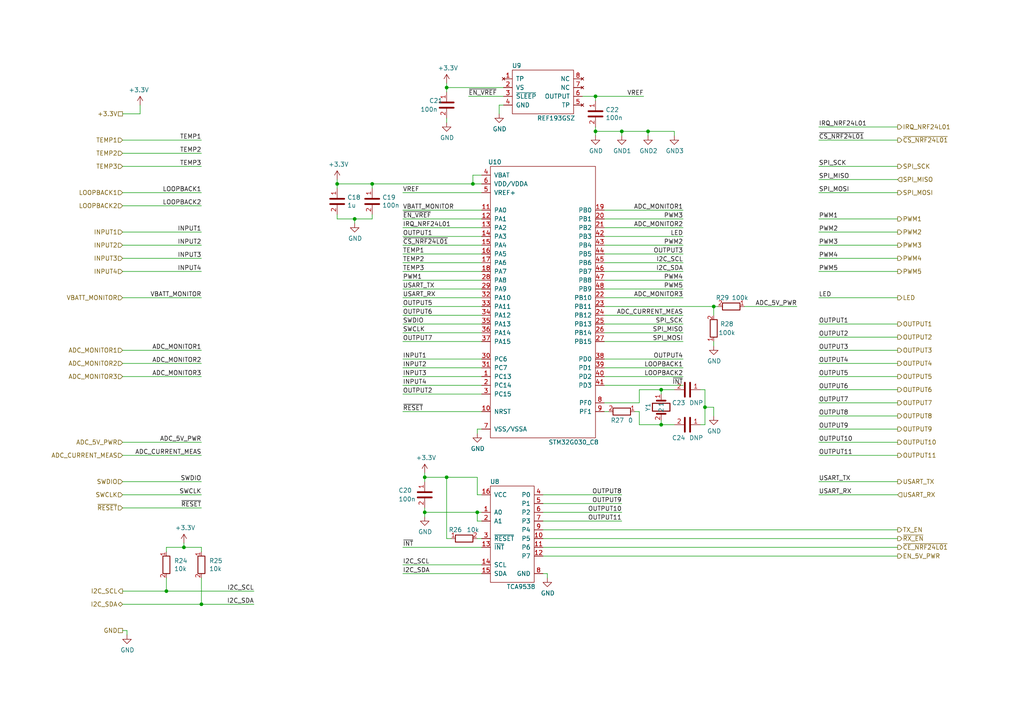
<source format=kicad_sch>
(kicad_sch (version 20211123) (generator eeschema)
  (paper "A4")
  (title_block (date "2022-05-04"))
  (lib_symbols
    (symbol "p_IO:TCA9538" (pin_names (offset 1.016))
      (property "Reference" "U" (at -5.08 12.7 0))
      (property "Value" "TCA9538" (at 2.54 -17.78 0))
      (symbol "TCA9538_0_1"
        (rectangle (start -6.35 11.43) (end 6.35 -16.51))
      )
      (symbol "TCA9538_1_1"
        (pin input line (at -8.89 3.81 0) (length 2.54) (name "A0") (number "1"))
        (pin bidirectional line (at 8.89 -3.81 180) (length 2.54) (name "P5") (number "10"))
        (pin bidirectional line (at 8.89 -6.35 180) (length 2.54) (name "P6") (number "11"))
        (pin bidirectional line (at 8.89 -8.89 180) (length 2.54) (name "P7") (number "12"))
        (pin output line (at -8.89 -6.35 0) (length 2.54) (name "~{INT}") (number "13"))
        (pin input line (at -8.89 -11.43 0) (length 2.54) (name "SCL") (number "14"))
        (pin bidirectional line (at -8.89 -13.97 0) (length 2.54) (name "SDA") (number "15"))
        (pin power_in line (at -8.89 8.89 0) (length 2.54) (name "VCC") (number "16"))
        (pin input line (at -8.89 1.27 0) (length 2.54) (name "A1") (number "2"))
        (pin input line (at -8.89 -3.81 0) (length 2.54) (name "~{RESET}") (number "3"))
        (pin bidirectional line (at 8.89 8.89 180) (length 2.54) (name "P0") (number "4"))
        (pin bidirectional line (at 8.89 6.35 180) (length 2.54) (name "P1") (number "5"))
        (pin bidirectional line (at 8.89 3.81 180) (length 2.54) (name "P2") (number "6"))
        (pin bidirectional line (at 8.89 1.27 180) (length 2.54) (name "P3") (number "7"))
        (pin passive line (at 8.89 -13.97 180) (length 2.54) (name "GND") (number "8"))
        (pin bidirectional line (at 8.89 -1.27 180) (length 2.54) (name "P4") (number "9"))
      )
    )
    (symbol "p_MCU:STM32G030_C8" (pin_names (offset 1.016))
      (property "Reference" "U" (at -13.97 40.64 0))
      (property "Value" "STM32G030_C8" (at 8.89 40.64 0))
      (symbol "STM32G030_C8_0_1"
        (rectangle (start -15.24 39.37) (end 15.24 -39.37))
      )
      (symbol "STM32G030_C8_1_1"
        (pin bidirectional line (at -17.78 -21.59 0) (length 2.54) (name "PC13") (number "1"))
        (pin bidirectional line (at -17.78 -31.75 0) (length 2.54) (name "NRST") (number "10"))
        (pin bidirectional line (at -17.78 26.67 0) (length 2.54) (name "PA0") (number "11"))
        (pin bidirectional line (at -17.78 24.13 0) (length 2.54) (name "PA1") (number "12"))
        (pin bidirectional line (at -17.78 21.59 0) (length 2.54) (name "PA2") (number "13"))
        (pin bidirectional line (at -17.78 19.05 0) (length 2.54) (name "PA3") (number "14"))
        (pin bidirectional line (at -17.78 16.51 0) (length 2.54) (name "PA4") (number "15"))
        (pin bidirectional line (at -17.78 13.97 0) (length 2.54) (name "PA5") (number "16"))
        (pin bidirectional line (at -17.78 11.43 0) (length 2.54) (name "PA6") (number "17"))
        (pin bidirectional line (at -17.78 8.89 0) (length 2.54) (name "PA7") (number "18"))
        (pin bidirectional line (at 17.78 26.67 180) (length 2.54) (name "PB0") (number "19"))
        (pin bidirectional line (at -17.78 -24.13 0) (length 2.54) (name "PC14") (number "2"))
        (pin bidirectional line (at 17.78 24.13 180) (length 2.54) (name "PB1") (number "20"))
        (pin bidirectional line (at 17.78 21.59 180) (length 2.54) (name "PB2") (number "21"))
        (pin bidirectional line (at 17.78 1.27 180) (length 2.54) (name "PB10") (number "22"))
        (pin bidirectional line (at 17.78 -1.27 180) (length 2.54) (name "PB11") (number "23"))
        (pin bidirectional line (at 17.78 -3.81 180) (length 2.54) (name "PB12") (number "24"))
        (pin bidirectional line (at 17.78 -6.35 180) (length 2.54) (name "PB13") (number "25"))
        (pin bidirectional line (at 17.78 -8.89 180) (length 2.54) (name "PB14") (number "26"))
        (pin bidirectional line (at 17.78 -11.43 180) (length 2.54) (name "PB15") (number "27"))
        (pin bidirectional line (at -17.78 6.35 0) (length 2.54) (name "PA8") (number "28"))
        (pin bidirectional line (at -17.78 3.81 0) (length 2.54) (name "PA9") (number "29"))
        (pin bidirectional line (at -17.78 -26.67 0) (length 2.54) (name "PC15") (number "3"))
        (pin bidirectional line (at -17.78 -16.51 0) (length 2.54) (name "PC6") (number "30"))
        (pin bidirectional line (at -17.78 -19.05 0) (length 2.54) (name "PC7") (number "31"))
        (pin bidirectional line (at -17.78 1.27 0) (length 2.54) (name "PA10") (number "32"))
        (pin bidirectional line (at -17.78 -1.27 0) (length 2.54) (name "PA11") (number "33"))
        (pin bidirectional line (at -17.78 -3.81 0) (length 2.54) (name "PA12") (number "34"))
        (pin bidirectional line (at -17.78 -6.35 0) (length 2.54) (name "PA13") (number "35"))
        (pin bidirectional line (at -17.78 -8.89 0) (length 2.54) (name "PA14") (number "36"))
        (pin bidirectional line (at -17.78 -11.43 0) (length 2.54) (name "PA15") (number "37"))
        (pin bidirectional line (at 17.78 -16.51 180) (length 2.54) (name "PD0") (number "38"))
        (pin bidirectional line (at 17.78 -19.05 180) (length 2.54) (name "PD1") (number "39"))
        (pin power_in line (at -17.78 36.83 0) (length 2.54) (name "VBAT") (number "4"))
        (pin bidirectional line (at 17.78 -21.59 180) (length 2.54) (name "PD2") (number "40"))
        (pin bidirectional line (at 17.78 -24.13 180) (length 2.54) (name "PD3") (number "41"))
        (pin bidirectional line (at 17.78 19.05 180) (length 2.54) (name "PB3") (number "42"))
        (pin bidirectional line (at 17.78 16.51 180) (length 2.54) (name "PB4") (number "43"))
        (pin bidirectional line (at 17.78 13.97 180) (length 2.54) (name "PB5") (number "44"))
        (pin bidirectional line (at 17.78 11.43 180) (length 2.54) (name "PB6") (number "45"))
        (pin bidirectional line (at 17.78 8.89 180) (length 2.54) (name "PB7") (number "46"))
        (pin bidirectional line (at 17.78 6.35 180) (length 2.54) (name "PB8") (number "47"))
        (pin bidirectional line (at 17.78 3.81 180) (length 2.54) (name "PB9") (number "48"))
        (pin power_in line (at -17.78 31.75 0) (length 2.54) (name "VREF+") (number "5"))
        (pin power_in line (at -17.78 34.29 0) (length 2.54) (name "VDD/VDDA") (number "6"))
        (pin passive line (at -17.78 -36.83 0) (length 2.54) (name "VSS/VSSA") (number "7"))
        (pin bidirectional line (at 17.78 -29.21 180) (length 2.54) (name "PF0") (number "8"))
        (pin bidirectional line (at 17.78 -31.75 180) (length 2.54) (name "PF1") (number "9"))
      )
    )
    (symbol "p_Misc:Crystal_HC49CMS" (pin_names (offset 1.016))
      (property "Reference" "Y" (at 0 3.81 0))
      (property "Value" "Crystal_HC49CMS" (at 0 -3.81 0))
      (symbol "Crystal_HC49CMS_1_1"
        (rectangle (start -1.143 2.54) (end 1.143 -2.54) (stroke (width 0.3048)))
        (polyline (pts (xy -2.54 0) (xy -1.905 0)))
        (polyline (pts (xy -1.905 -1.27) (xy -1.905 1.27)) (stroke (width 0.508)))
        (polyline (pts (xy 1.905 -1.27) (xy 1.905 1.27)) (stroke (width 0.508)))
        (polyline (pts (xy 2.54 0) (xy 1.905 0)))
        (pin passive line (at -3.81 0 0) (length 1.27) (name "1") (number "1"))
        (pin passive line (at 3.81 0 180) (length 1.27) (name "2") (number "2"))
      )
    )
    (symbol "p_Passive:C_0603" (pin_names (offset 0) hide)
      (property "Reference" "C" (at 0 0 0))
      (property "Value" "C_0603" (at 0 0 0))
      (symbol "C_0603_1_1"
        (polyline (pts (xy -2.032 -0.762) (xy 2.032 -0.762)) (stroke (width 0.508)))
        (polyline (pts (xy -2.032 0.762) (xy 2.032 0.762)) (stroke (width 0.508)))
        (pin passive line (at 0 3.81 270) (length 2.794) (name "~") (number "1"))
        (pin passive line (at 0 -3.81 90) (length 2.794) (name "~") (number "2"))
      )
    )
    (symbol "p_Passive:R_0603" (pin_names (offset 0) hide)
      (property "Reference" "R" (at 0 0 0))
      (property "Value" "R_0603" (at 0 0 0))
      (symbol "R_0603_1_1"
        (rectangle (start -1.016 -2.54) (end 1.016 2.54) (stroke (width 0.254)))
        (pin passive line (at 0 3.81 270) (length 1.27) (name "~") (number "1"))
        (pin passive line (at 0 -3.81 90) (length 1.27) (name "~") (number "2"))
      )
    )
    (symbol "p_Power_Supply:REF193GSZ" (pin_names (offset 1.016))
      (property "Reference" "U" (at -7.62 8.89 0))
      (property "Value" "REF193GSZ" (at -3.81 -6.35 0))
      (symbol "REF193GSZ_0_1"
        (rectangle (start -8.89 7.62) (end 8.89 -5.08))
      )
      (symbol "REF193GSZ_1_1"
        (pin no_connect line (at -11.43 5.08 0) (length 2.54) (name "TP") (number "1"))
        (pin power_in line (at -11.43 2.54 0) (length 2.54) (name "VS") (number "2"))
        (pin passive line (at -11.43 0 0) (length 2.54) (name "~{SLEEP}") (number "3"))
        (pin passive line (at -11.43 -2.54 0) (length 2.54) (name "GND") (number "4"))
        (pin no_connect line (at 11.43 -2.54 180) (length 2.54) (name "TP") (number "5"))
        (pin power_out line (at 11.43 0 180) (length 2.54) (name "OUTPUT") (number "6"))
        (pin no_connect line (at 11.43 2.54 180) (length 2.54) (name "NC") (number "7"))
        (pin no_connect line (at 11.43 5.08 180) (length 2.54) (name "NC") (number "8"))
      )
    )
    (symbol "power:+3.3V" (power) (pin_names (offset 0))
      (property "Value" "+3.3V" (at 0 3.556 0))
      (symbol "+3.3V_0_1"
        (polyline (pts (xy -0.762 1.27) (xy 0 2.54)))
        (polyline (pts (xy 0 0) (xy 0 2.54)))
        (polyline (pts (xy 0 2.54) (xy 0.762 1.27)))
      )
      (symbol "+3.3V_1_1"
        (pin power_in line (at 0 0 90) (length 0) hide (name "+3.3V") (number "1"))
      )
    )
    (symbol "power:GND" (power) (pin_names (offset 0))
      (property "Value" "GND" (at 0 -3.81 0))
      (symbol "GND_0_1"
        (polyline (pts (xy 0 0) (xy 0 -1.27) (xy 1.27 -1.27) (xy 0 -2.54) (xy -1.27 -1.27) (xy 0 -1.27)))
      )
      (symbol "GND_1_1"
        (pin power_in line (at 0 0 270) (length 0) hide (name "GND") (number "1"))
      )
    )
    (symbol "power:GND1" (power) (pin_names (offset 0))
      (property "Value" "GND1" (at 0 -3.81 0))
      (symbol "GND1_0_1"
        (polyline (pts (xy 0 0) (xy 0 -1.27) (xy 1.27 -1.27) (xy 0 -2.54) (xy -1.27 -1.27) (xy 0 -1.27)))
      )
      (symbol "GND1_1_1"
        (pin power_in line (at 0 0 270) (length 0) hide (name "GND1") (number "1"))
      )
    )
    (symbol "power:GND2" (power) (pin_names (offset 0))
      (property "Value" "GND2" (at 0 -3.81 0))
      (symbol "GND2_0_1"
        (polyline (pts (xy 0 0) (xy 0 -1.27) (xy 1.27 -1.27) (xy 0 -2.54) (xy -1.27 -1.27) (xy 0 -1.27)))
      )
      (symbol "GND2_1_1"
        (pin power_in line (at 0 0 270) (length 0) hide (name "GND2") (number "1"))
      )
    )
    (symbol "power:GND3" (power) (pin_names (offset 0))
      (property "Value" "GND3" (at 0 -3.81 0))
      (symbol "GND3_0_1"
        (polyline (pts (xy 0 0) (xy 0 -1.27) (xy 1.27 -1.27) (xy 0 -2.54) (xy -1.27 -1.27) (xy 0 -1.27)))
      )
      (symbol "GND3_1_1"
        (pin power_in line (at 0 0 270) (length 0) hide (name "GND3") (number "1"))
      )
    )
  )
  (junction (at 102.87 63.5))
  (junction (at 187.96 38.1))
  (junction (at 180.34 38.1))
  (junction (at 207.01 88.9))
  (junction (at 58.42 175.26))
  (junction (at 97.79 53.34))
  (junction (at 137.16 53.34))
  (junction (at 191.77 113.03))
  (junction (at 172.72 38.1))
  (junction (at 138.43 148.59))
  (junction (at 123.19 138.43))
  (junction (at 204.47 118.11))
  (junction (at 172.72 27.94))
  (junction (at 191.77 123.19))
  (junction (at 53.34 158.75))
  (junction (at 129.54 25.4))
  (junction (at 48.26 171.45))
  (junction (at 129.54 138.43))
  (junction (at 107.95 53.34))
  (junction (at 123.19 148.59))
  (wire (pts (xy 129.54 34.29) (xy 129.54 35.56)))
  (wire (pts (xy 58.42 101.6) (xy 35.56 101.6)))
  (wire (pts (xy 139.7 148.59) (xy 138.43 148.59)))
  (wire (pts (xy 102.87 63.5) (xy 107.95 63.5)))
  (wire (pts (xy 123.19 147.32) (xy 123.19 148.59)))
  (wire (pts (xy 237.49 105.41) (xy 260.35 105.41)))
  (wire (pts (xy 198.12 83.82) (xy 175.26 83.82)))
  (wire (pts (xy 260.35 55.88) (xy 237.49 55.88)))
  (wire (pts (xy 35.56 171.45) (xy 48.26 171.45)))
  (wire (pts (xy 191.77 123.19) (xy 195.58 123.19)))
  (wire (pts (xy 138.43 156.21) (xy 139.7 156.21)))
  (wire (pts (xy 260.35 139.7) (xy 237.49 139.7)))
  (wire (pts (xy 175.26 91.44) (xy 198.12 91.44)))
  (wire (pts (xy 204.47 123.19) (xy 203.2 123.19)))
  (wire (pts (xy 237.49 101.6) (xy 260.35 101.6)))
  (wire (pts (xy 172.72 36.83) (xy 172.72 38.1)))
  (wire (pts (xy 58.42 86.36) (xy 35.56 86.36)))
  (wire (pts (xy 180.34 39.37) (xy 180.34 38.1)))
  (wire (pts (xy 139.7 124.46) (xy 138.43 124.46)))
  (wire (pts (xy 204.47 113.03) (xy 204.47 118.11)))
  (wire (pts (xy 58.42 71.12) (xy 35.56 71.12)))
  (wire (pts (xy 53.34 157.48) (xy 53.34 158.75)))
  (wire (pts (xy 139.7 93.98) (xy 116.84 93.98)))
  (wire (pts (xy 191.77 114.3) (xy 191.77 113.03)))
  (wire (pts (xy 36.83 182.88) (xy 36.83 184.15)))
  (wire (pts (xy 97.79 62.23) (xy 97.79 63.5)))
  (wire (pts (xy 97.79 52.07) (xy 97.79 53.34)))
  (wire (pts (xy 157.48 153.67) (xy 260.35 153.67)))
  (wire (pts (xy 35.56 59.69) (xy 58.42 59.69)))
  (wire (pts (xy 107.95 54.61) (xy 107.95 53.34)))
  (wire (pts (xy 198.12 81.28) (xy 175.26 81.28)))
  (wire (pts (xy 207.01 99.06) (xy 207.01 100.33)))
  (wire (pts (xy 175.26 68.58) (xy 198.12 68.58)))
  (wire (pts (xy 260.35 143.51) (xy 237.49 143.51)))
  (wire (pts (xy 58.42 67.31) (xy 35.56 67.31)))
  (wire (pts (xy 58.42 167.64) (xy 58.42 175.26)))
  (wire (pts (xy 129.54 138.43) (xy 138.43 138.43)))
  (wire (pts (xy 123.19 137.16) (xy 123.19 138.43)))
  (wire (pts (xy 144.78 30.48) (xy 146.05 30.48)))
  (wire (pts (xy 139.7 99.06) (xy 116.84 99.06)))
  (wire (pts (xy 137.16 50.8) (xy 137.16 53.34)))
  (wire (pts (xy 198.12 71.12) (xy 175.26 71.12)))
  (wire (pts (xy 58.42 40.64) (xy 35.56 40.64)))
  (wire (pts (xy 139.7 91.44) (xy 116.84 91.44)))
  (wire (pts (xy 237.49 116.84) (xy 260.35 116.84)))
  (wire (pts (xy 116.84 68.58) (xy 139.7 68.58)))
  (wire (pts (xy 58.42 132.08) (xy 35.56 132.08)))
  (wire (pts (xy 123.19 138.43) (xy 123.19 139.7)))
  (wire (pts (xy 260.35 52.07) (xy 237.49 52.07)))
  (wire (pts (xy 176.53 119.38) (xy 175.26 119.38)))
  (wire (pts (xy 191.77 113.03) (xy 195.58 113.03)))
  (wire (pts (xy 116.84 166.37) (xy 139.7 166.37)))
  (wire (pts (xy 35.56 182.88) (xy 36.83 182.88)))
  (wire (pts (xy 129.54 25.4) (xy 146.05 25.4)))
  (wire (pts (xy 195.58 38.1) (xy 187.96 38.1)))
  (wire (pts (xy 207.01 118.11) (xy 204.47 118.11)))
  (wire (pts (xy 175.26 86.36) (xy 198.12 86.36)))
  (wire (pts (xy 207.01 88.9) (xy 208.28 88.9)))
  (wire (pts (xy 139.7 55.88) (xy 116.84 55.88)))
  (wire (pts (xy 139.7 106.68) (xy 116.84 106.68)))
  (wire (pts (xy 97.79 53.34) (xy 107.95 53.34)))
  (wire (pts (xy 260.35 40.64) (xy 237.49 40.64)))
  (wire (pts (xy 137.16 53.34) (xy 139.7 53.34)))
  (wire (pts (xy 185.42 119.38) (xy 185.42 123.19)))
  (wire (pts (xy 191.77 123.19) (xy 185.42 123.19)))
  (wire (pts (xy 203.2 113.03) (xy 204.47 113.03)))
  (wire (pts (xy 175.26 88.9) (xy 207.01 88.9)))
  (wire (pts (xy 139.7 88.9) (xy 116.84 88.9)))
  (wire (pts (xy 198.12 63.5) (xy 175.26 63.5)))
  (wire (pts (xy 180.34 148.59) (xy 157.48 148.59)))
  (wire (pts (xy 185.42 113.03) (xy 185.42 116.84)))
  (wire (pts (xy 139.7 86.36) (xy 116.84 86.36)))
  (wire (pts (xy 58.42 143.51) (xy 35.56 143.51)))
  (wire (pts (xy 175.26 111.76) (xy 198.12 111.76)))
  (wire (pts (xy 172.72 27.94) (xy 186.69 27.94)))
  (wire (pts (xy 116.84 73.66) (xy 139.7 73.66)))
  (wire (pts (xy 138.43 148.59) (xy 138.43 151.13)))
  (wire (pts (xy 260.35 86.36) (xy 237.49 86.36)))
  (wire (pts (xy 58.42 175.26) (xy 73.66 175.26)))
  (wire (pts (xy 116.84 114.3) (xy 139.7 114.3)))
  (wire (pts (xy 129.54 25.4) (xy 129.54 24.13)))
  (wire (pts (xy 129.54 26.67) (xy 129.54 25.4)))
  (wire (pts (xy 139.7 50.8) (xy 137.16 50.8)))
  (wire (pts (xy 237.49 128.27) (xy 260.35 128.27)))
  (wire (pts (xy 48.26 158.75) (xy 53.34 158.75)))
  (wire (pts (xy 237.49 109.22) (xy 260.35 109.22)))
  (wire (pts (xy 260.35 74.93) (xy 237.49 74.93)))
  (wire (pts (xy 53.34 158.75) (xy 58.42 158.75)))
  (wire (pts (xy 139.7 109.22) (xy 116.84 109.22)))
  (wire (pts (xy 237.49 120.65) (xy 260.35 120.65)))
  (wire (pts (xy 139.7 60.96) (xy 116.84 60.96)))
  (wire (pts (xy 237.49 124.46) (xy 260.35 124.46)))
  (wire (pts (xy 157.48 143.51) (xy 180.34 143.51)))
  (wire (pts (xy 40.64 33.02) (xy 35.56 33.02)))
  (wire (pts (xy 175.26 73.66) (xy 198.12 73.66)))
  (wire (pts (xy 58.42 48.26) (xy 35.56 48.26)))
  (wire (pts (xy 58.42 44.45) (xy 35.56 44.45)))
  (wire (pts (xy 198.12 99.06) (xy 175.26 99.06)))
  (wire (pts (xy 260.35 67.31) (xy 237.49 67.31)))
  (wire (pts (xy 237.49 93.98) (xy 260.35 93.98)))
  (wire (pts (xy 184.15 119.38) (xy 185.42 119.38)))
  (wire (pts (xy 207.01 91.44) (xy 207.01 88.9)))
  (wire (pts (xy 48.26 167.64) (xy 48.26 171.45)))
  (wire (pts (xy 139.7 66.04) (xy 116.84 66.04)))
  (wire (pts (xy 204.47 118.11) (xy 204.47 123.19)))
  (wire (pts (xy 139.7 63.5) (xy 116.84 63.5)))
  (wire (pts (xy 175.26 109.22) (xy 198.12 109.22)))
  (wire (pts (xy 172.72 27.94) (xy 172.72 29.21)))
  (wire (pts (xy 116.84 158.75) (xy 139.7 158.75)))
  (wire (pts (xy 58.42 105.41) (xy 35.56 105.41)))
  (wire (pts (xy 139.7 104.14) (xy 116.84 104.14)))
  (wire (pts (xy 195.58 39.37) (xy 195.58 38.1)))
  (wire (pts (xy 175.26 60.96) (xy 198.12 60.96)))
  (wire (pts (xy 158.75 166.37) (xy 158.75 167.64)))
  (wire (pts (xy 116.84 78.74) (xy 139.7 78.74)))
  (wire (pts (xy 260.35 97.79) (xy 237.49 97.79)))
  (wire (pts (xy 35.56 175.26) (xy 58.42 175.26)))
  (wire (pts (xy 157.48 146.05) (xy 180.34 146.05)))
  (wire (pts (xy 129.54 156.21) (xy 129.54 138.43)))
  (wire (pts (xy 175.26 104.14) (xy 198.12 104.14)))
  (wire (pts (xy 107.95 53.34) (xy 137.16 53.34)))
  (wire (pts (xy 168.91 27.94) (xy 172.72 27.94)))
  (wire (pts (xy 123.19 148.59) (xy 123.19 149.86)))
  (wire (pts (xy 40.64 30.48) (xy 40.64 33.02)))
  (wire (pts (xy 260.35 71.12) (xy 237.49 71.12)))
  (wire (pts (xy 144.78 33.02) (xy 144.78 30.48)))
  (wire (pts (xy 191.77 113.03) (xy 185.42 113.03)))
  (wire (pts (xy 138.43 138.43) (xy 138.43 143.51)))
  (wire (pts (xy 157.48 158.75) (xy 260.35 158.75)))
  (wire (pts (xy 107.95 63.5) (xy 107.95 62.23)))
  (wire (pts (xy 58.42 128.27) (xy 35.56 128.27)))
  (wire (pts (xy 139.7 111.76) (xy 116.84 111.76)))
  (wire (pts (xy 175.26 66.04) (xy 198.12 66.04)))
  (wire (pts (xy 175.26 76.2) (xy 198.12 76.2)))
  (wire (pts (xy 157.48 156.21) (xy 260.35 156.21)))
  (wire (pts (xy 175.26 78.74) (xy 198.12 78.74)))
  (wire (pts (xy 187.96 38.1) (xy 180.34 38.1)))
  (wire (pts (xy 58.42 139.7) (xy 35.56 139.7)))
  (wire (pts (xy 123.19 138.43) (xy 129.54 138.43)))
  (wire (pts (xy 138.43 151.13) (xy 139.7 151.13)))
  (wire (pts (xy 138.43 124.46) (xy 138.43 125.73)))
  (wire (pts (xy 237.49 132.08) (xy 260.35 132.08)))
  (wire (pts (xy 260.35 36.83) (xy 237.49 36.83)))
  (wire (pts (xy 35.56 55.88) (xy 58.42 55.88)))
  (wire (pts (xy 97.79 63.5) (xy 102.87 63.5)))
  (wire (pts (xy 58.42 109.22) (xy 35.56 109.22)))
  (wire (pts (xy 157.48 161.29) (xy 260.35 161.29)))
  (wire (pts (xy 123.19 148.59) (xy 138.43 148.59)))
  (wire (pts (xy 116.84 163.83) (xy 139.7 163.83)))
  (wire (pts (xy 175.26 116.84) (xy 185.42 116.84)))
  (wire (pts (xy 58.42 74.93) (xy 35.56 74.93)))
  (wire (pts (xy 157.48 166.37) (xy 158.75 166.37)))
  (wire (pts (xy 237.49 113.03) (xy 260.35 113.03)))
  (wire (pts (xy 207.01 120.65) (xy 207.01 118.11)))
  (wire (pts (xy 48.26 171.45) (xy 73.66 171.45)))
  (wire (pts (xy 191.77 121.92) (xy 191.77 123.19)))
  (wire (pts (xy 139.7 96.52) (xy 116.84 96.52)))
  (wire (pts (xy 130.81 156.21) (xy 129.54 156.21)))
  (wire (pts (xy 260.35 78.74) (xy 237.49 78.74)))
  (wire (pts (xy 97.79 54.61) (xy 97.79 53.34)))
  (wire (pts (xy 175.26 106.68) (xy 198.12 106.68)))
  (wire (pts (xy 187.96 39.37) (xy 187.96 38.1)))
  (wire (pts (xy 180.34 38.1) (xy 172.72 38.1)))
  (wire (pts (xy 157.48 151.13) (xy 180.34 151.13)))
  (wire (pts (xy 139.7 81.28) (xy 116.84 81.28)))
  (wire (pts (xy 146.05 27.94) (xy 135.89 27.94)))
  (wire (pts (xy 215.9 88.9) (xy 231.14 88.9)))
  (wire (pts (xy 102.87 64.77) (xy 102.87 63.5)))
  (wire (pts (xy 198.12 93.98) (xy 175.26 93.98)))
  (wire (pts (xy 139.7 71.12) (xy 116.84 71.12)))
  (wire (pts (xy 58.42 147.32) (xy 35.56 147.32)))
  (wire (pts (xy 58.42 78.74) (xy 35.56 78.74)))
  (wire (pts (xy 260.35 63.5) (xy 237.49 63.5)))
  (wire (pts (xy 116.84 76.2) (xy 139.7 76.2)))
  (wire (pts (xy 58.42 158.75) (xy 58.42 160.02)))
  (wire (pts (xy 48.26 160.02) (xy 48.26 158.75)))
  (wire (pts (xy 172.72 38.1) (xy 172.72 39.37)))
  (wire (pts (xy 198.12 96.52) (xy 175.26 96.52)))
  (wire (pts (xy 138.43 143.51) (xy 139.7 143.51)))
  (wire (pts (xy 260.35 48.26) (xy 237.49 48.26)))
  (wire (pts (xy 139.7 83.82) (xy 116.84 83.82)))
  (wire (pts (xy 139.7 119.38) (xy 116.84 119.38)))
  (label "OUTPUT9" (at 237.49 124.46 0))
  (label "USART_RX" (at 116.84 86.36 0))
  (label "~{RESET}" (at 58.42 147.32 180))
  (label "USART_RX" (at 237.49 143.51 0))
  (label "ADC_MONITOR3" (at 58.42 109.22 180))
  (label "OUTPUT4" (at 198.12 104.14 180))
  (label "VBATT_MONITOR" (at 58.42 86.36 180))
  (label "TEMP2" (at 58.42 44.45 180))
  (label "I2C_SCL" (at 73.66 171.45 180))
  (label "PWM2" (at 198.12 71.12 180))
  (label "USART_TX" (at 237.49 139.7 0))
  (label "~{CS_NRF24L01}" (at 237.49 40.64 0))
  (label "~{CS_NRF24L01}" (at 116.84 71.12 0))
  (label "SPI_MISO" (at 237.49 52.07 0))
  (label "USART_TX" (at 116.84 83.82 0))
  (label "OUTPUT7" (at 116.84 99.06 0))
  (label "OUTPUT1" (at 116.84 68.58 0))
  (label "TEMP3" (at 116.84 78.74 0))
  (label "SWDIO" (at 58.42 139.7 180))
  (label "VREF" (at 186.69 27.94 180))
  (label "ADC_MONITOR1" (at 58.42 101.6 180))
  (label "INPUT1" (at 58.42 67.31 180))
  (label "LED" (at 198.12 68.58 180))
  (label "ADC_MONITOR3" (at 198.12 86.36 180))
  (label "PWM3" (at 237.49 71.12 0))
  (label "PWM5" (at 198.12 83.82 180))
  (label "OUTPUT9" (at 180.34 146.05 180))
  (label "INPUT2" (at 116.84 106.68 0))
  (label "ADC_5V_PWR" (at 231.14 88.9 180))
  (label "I2C_SCL" (at 198.12 76.2 180))
  (label "SPI_SCK" (at 237.49 48.26 0))
  (label "PWM4" (at 237.49 74.93 0))
  (label "VREF" (at 116.84 55.88 0))
  (label "I2C_SDA" (at 116.84 166.37 0))
  (label "PWM2" (at 237.49 67.31 0))
  (label "INPUT2" (at 58.42 71.12 180))
  (label "I2C_SCL" (at 116.84 163.83 0))
  (label "~{EN_VREF}" (at 135.89 27.94 0))
  (label "~{INT}" (at 116.84 158.75 0))
  (label "VBATT_MONITOR" (at 116.84 60.96 0))
  (label "OUTPUT6" (at 116.84 91.44 0))
  (label "SWDIO" (at 116.84 93.98 0))
  (label "INPUT3" (at 58.42 74.93 180))
  (label "I2C_SDA" (at 73.66 175.26 180))
  (label "ADC_MONITOR2" (at 58.42 105.41 180))
  (label "OUTPUT8" (at 180.34 143.51 180))
  (label "OUTPUT11" (at 180.34 151.13 180))
  (label "LED" (at 237.49 86.36 0))
  (label "INPUT4" (at 58.42 78.74 180))
  (label "OUTPUT6" (at 237.49 113.03 0))
  (label "PWM4" (at 198.12 81.28 180))
  (label "INPUT4" (at 116.84 111.76 0))
  (label "TEMP1" (at 58.42 40.64 180))
  (label "ADC_MONITOR1" (at 198.12 60.96 180))
  (label "PWM5" (at 237.49 78.74 0))
  (label "TEMP2" (at 116.84 76.2 0))
  (label "OUTPUT4" (at 237.49 105.41 0))
  (label "SPI_MOSI" (at 237.49 55.88 0))
  (label "OUTPUT7" (at 237.49 116.84 0))
  (label "OUTPUT5" (at 237.49 109.22 0))
  (label "LOOPBACK1" (at 58.42 55.88 180))
  (label "OUTPUT1" (at 237.49 93.98 0))
  (label "OUTPUT10" (at 180.34 148.59 180))
  (label "PWM3" (at 198.12 63.5 180))
  (label "~{RESET}" (at 116.84 119.38 0))
  (label "OUTPUT11" (at 237.49 132.08 0))
  (label "INPUT1" (at 116.84 104.14 0))
  (label "PWM1" (at 237.49 63.5 0))
  (label "LOOPBACK2" (at 58.42 59.69 180))
  (label "OUTPUT2" (at 237.49 97.79 0))
  (label "PWM1" (at 116.84 81.28 0))
  (label "OUTPUT3" (at 198.12 73.66 180))
  (label "ADC_5V_PWR" (at 58.42 128.27 180))
  (label "ADC_MONITOR2" (at 198.12 66.04 180))
  (label "OUTPUT2" (at 116.84 114.3 0))
  (label "IRQ_NRF24L01" (at 237.49 36.83 0))
  (label "ADC_CURRENT_MEAS" (at 58.42 132.08 180))
  (label "SWCLK" (at 58.42 143.51 180))
  (label "LOOPBACK1" (at 198.12 106.68 180))
  (label "OUTPUT8" (at 237.49 120.65 0))
  (label "OUTPUT5" (at 116.84 88.9 0))
  (label "~{INT}" (at 198.12 111.76 180))
  (label "I2C_SDA" (at 198.12 78.74 180))
  (label "SPI_SCK" (at 198.12 93.98 180))
  (label "IRQ_NRF24L01" (at 116.84 66.04 0))
  (label "INPUT3" (at 116.84 109.22 0))
  (label "OUTPUT3" (at 237.49 101.6 0))
  (label "SPI_MISO" (at 198.12 96.52 180))
  (label "ADC_CURRENT_MEAS" (at 198.12 91.44 180))
  (label "TEMP3" (at 58.42 48.26 180))
  (label "SWCLK" (at 116.84 96.52 0))
  (label "~{EN_VREF}" (at 116.84 63.5 0))
  (label "TEMP1" (at 116.84 73.66 0))
  (label "LOOPBACK2" (at 198.12 109.22 180))
  (label "OUTPUT10" (at 237.49 128.27 0))
  (label "SPI_MOSI" (at 198.12 99.06 180))
  (hierarchical_label "~{CE_NRF24L01}" (shape output) (at 260.35 158.75 0))
  (hierarchical_label "SPI_SCK" (shape output) (at 260.35 48.26 0))
  (hierarchical_label "LED" (shape output) (at 260.35 86.36 0))
  (hierarchical_label "LOOPBACK2" (shape input) (at 35.56 59.69 180))
  (hierarchical_label "TX_EN" (shape output) (at 260.35 153.67 0))
  (hierarchical_label "EN_5V_PWR" (shape output) (at 260.35 161.29 0))
  (hierarchical_label "~{RX_EN}" (shape output) (at 260.35 156.21 0))
  (hierarchical_label "INPUT2" (shape input) (at 35.56 71.12 180))
  (hierarchical_label "USART_RX" (shape input) (at 260.35 143.51 0))
  (hierarchical_label "USART_TX" (shape output) (at 260.35 139.7 0))
  (hierarchical_label "OUTPUT1" (shape output) (at 260.35 93.98 0))
  (hierarchical_label "INPUT1" (shape input) (at 35.56 67.31 180))
  (hierarchical_label "LOOPBACK1" (shape input) (at 35.56 55.88 180))
  (hierarchical_label "INPUT3" (shape input) (at 35.56 74.93 180))
  (hierarchical_label "PWM2" (shape output) (at 260.35 67.31 0))
  (hierarchical_label "INPUT4" (shape input) (at 35.56 78.74 180))
  (hierarchical_label "ADC_MONITOR1" (shape input) (at 35.56 101.6 180))
  (hierarchical_label "OUTPUT8" (shape output) (at 260.35 120.65 0))
  (hierarchical_label "OUTPUT3" (shape output) (at 260.35 101.6 0))
  (hierarchical_label "TEMP3" (shape input) (at 35.56 48.26 180))
  (hierarchical_label "PWM4" (shape output) (at 260.35 74.93 0))
  (hierarchical_label "TEMP1" (shape input) (at 35.56 40.64 180))
  (hierarchical_label "ADC_5V_PWR" (shape input) (at 35.56 128.27 180))
  (hierarchical_label "OUTPUT6" (shape output) (at 260.35 113.03 0))
  (hierarchical_label "PWM1" (shape output) (at 260.35 63.5 0))
  (hierarchical_label "TEMP2" (shape input) (at 35.56 44.45 180))
  (hierarchical_label "OUTPUT9" (shape output) (at 260.35 124.46 0))
  (hierarchical_label "SPI_MISO" (shape input) (at 260.35 52.07 0))
  (hierarchical_label "ADC_CURRENT_MEAS" (shape input) (at 35.56 132.08 180))
  (hierarchical_label "IRQ_NRF24L01" (shape output) (at 260.35 36.83 0))
  (hierarchical_label "OUTPUT4" (shape output) (at 260.35 105.41 0))
  (hierarchical_label "~{CS_NRF24L01}" (shape output) (at 260.35 40.64 0))
  (hierarchical_label "VBATT_MONITOR" (shape input) (at 35.56 86.36 180))
  (hierarchical_label "SPI_MOSI" (shape output) (at 260.35 55.88 0))
  (hierarchical_label "OUTPUT5" (shape output) (at 260.35 109.22 0))
  (hierarchical_label "ADC_MONITOR3" (shape input) (at 35.56 109.22 180))
  (hierarchical_label "PWM5" (shape output) (at 260.35 78.74 0))
  (hierarchical_label "SWDIO" (shape input) (at 35.56 139.7 180))
  (hierarchical_label "OUTPUT10" (shape output) (at 260.35 128.27 0))
  (hierarchical_label "I2C_SDA" (shape bidirectional) (at 35.56 175.26 180))
  (hierarchical_label "~{RESET}" (shape input) (at 35.56 147.32 180))
  (hierarchical_label "SWCLK" (shape input) (at 35.56 143.51 180))
  (hierarchical_label "OUTPUT2" (shape output) (at 260.35 97.79 0))
  (hierarchical_label "+3.3V" (shape passive) (at 35.56 33.02 180))
  (hierarchical_label "OUTPUT7" (shape output) (at 260.35 116.84 0))
  (hierarchical_label "I2C_SCL" (shape output) (at 35.56 171.45 180))
  (hierarchical_label "ADC_MONITOR2" (shape input) (at 35.56 105.41 180))
  (hierarchical_label "PWM3" (shape output) (at 260.35 71.12 0))
  (hierarchical_label "GND" (shape passive) (at 35.56 182.88 180))
  (hierarchical_label "OUTPUT11" (shape output) (at 260.35 132.08 0))
  (symbol (lib_id "power:+3.3V") (at 53.34 157.48 0) (unit 1)
    (property "Reference" "#PWR073" (effects hide))
    (property "Value" "+3.3V" (at 53.721 153.0858 0))
  )
  (symbol (lib_id "p_Misc:Crystal_HC49CMS") (at 191.77 118.11 270) (unit 1)
    (property "Reference" "Y1" (at 187.96 118.11 0))
    (property "Value" "Crystal_HC49CMS" (effects hide))
    (property "Footprint" "p_Package_Misc:Crystal_SMD_HC49-SD_HandSoldering" (effects hide))
  )
  (symbol (lib_id "p_Passive:R_0603") (at 180.34 119.38 270) (unit 1)
    (property "Reference" "R27" (at 179.07 121.92 90))
    (property "Value" "0" (at 182.88 121.92 90))
    (property "Footprint" "p_Package_Resistor_SMD:R_0603_1608Metric_Pad0.98x0.95mm_HandSolder" (effects hide))
  )
  (symbol (lib_id "p_Passive:C_0603") (at 199.39 113.03 270) (unit 1)
    (property "Reference" "C23" (at 196.85 116.84 90))
    (property "Value" "DNP" (at 201.93 116.84 90))
    (property "Footprint" "p_Package_Capacitor_SMD:C_0603_1608Metric_Pad1.08x0.95mm_HandSolder" (effects hide))
  )
  (symbol (lib_id "p_Passive:C_0603") (at 199.39 123.19 270) (unit 1)
    (property "Reference" "C24" (at 196.85 127 90))
    (property "Value" "DNP" (at 201.93 127 90))
    (property "Footprint" "p_Package_Capacitor_SMD:C_0603_1608Metric_Pad1.08x0.95mm_HandSolder" (effects hide))
  )
  (symbol (lib_id "power:GND") (at 207.01 120.65 0) (unit 1)
    (property "Reference" "#PWR088" (effects hide))
    (property "Value" "GND" (at 207.137 125.0442 0))
  )
  (symbol (lib_id "p_IO:TCA9538") (at 148.59 152.4 0) (unit 1)
    (property "Reference" "U8" (at 143.51 139.7 0))
    (property "Value" "TCA9538" (at 151.13 170.18 0))
    (property "Footprint" "p_Package_SO:SSOP-16_5.3x6.2mm_P0.65mm" (effects hide))
    (property "Datasheet" "${KI_PERSO_COMPLIB}/datasheets/p_IO/tca9538.pdf" (effects hide))
  )
  (symbol (lib_id "power:GND") (at 158.75 167.64 0) (unit 1)
    (property "Reference" "#PWR082" (effects hide))
    (property "Value" "GND" (at 158.877 172.0342 0))
  )
  (symbol (lib_id "p_Passive:C_0603") (at 123.19 143.51 0) (unit 1)
    (property "Reference" "C20" (at 115.57 142.24 0) (effects (justify left)))
    (property "Value" "100n" (at 115.57 144.78 0) (effects (justify left)))
    (property "Footprint" "p_Package_Capacitor_SMD:C_0603_1608Metric_Pad1.08x0.95mm_HandSolder" (effects hide))
  )
  (symbol (lib_id "power:+3.3V") (at 123.19 137.16 0) (unit 1)
    (property "Reference" "#PWR076" (effects hide))
    (property "Value" "+3.3V" (at 123.571 132.7658 0))
  )
  (symbol (lib_id "power:GND") (at 123.19 149.86 0) (unit 1)
    (property "Reference" "#PWR077" (effects hide))
    (property "Value" "GND" (at 123.317 154.2542 0))
  )
  (symbol (lib_id "p_MCU:STM32G030_C8") (at 157.48 87.63 0) (unit 1)
    (property "Reference" "U10" (at 143.51 46.99 0))
    (property "Value" "STM32G030_C8" (at 166.37 128.27 0))
    (property "Footprint" "p_Package_QFP:LQFP-48_7x7mm_P0.5mm" (effects hide))
  )
  (symbol (lib_id "p_Passive:C_0603") (at 97.79 58.42 0) (unit 1)
    (property "Reference" "C18" (at 100.711 57.2516 0) (effects (justify left)))
    (property "Value" "1u" (at 100.711 59.563 0) (effects (justify left)))
    (property "Footprint" "p_Package_Capacitor_SMD:C_0603_1608Metric_Pad1.08x0.95mm_HandSolder" (effects hide))
  )
  (symbol (lib_id "p_Passive:C_0603") (at 107.95 58.42 0) (unit 1)
    (property "Reference" "C19" (at 110.871 57.2516 0) (effects (justify left)))
    (property "Value" "100n" (at 110.871 59.563 0) (effects (justify left)))
    (property "Footprint" "p_Package_Capacitor_SMD:C_0603_1608Metric_Pad1.08x0.95mm_HandSolder" (effects hide))
  )
  (symbol (lib_id "power:+3.3V") (at 97.79 52.07 0) (unit 1)
    (property "Reference" "#PWR074" (effects hide))
    (property "Value" "+3.3V" (at 98.171 47.6758 0))
  )
  (symbol (lib_id "power:GND") (at 102.87 64.77 0) (unit 1)
    (property "Reference" "#PWR075" (effects hide))
    (property "Value" "GND" (at 102.997 69.1642 0))
  )
  (symbol (lib_id "power:GND") (at 138.43 125.73 0) (unit 1)
    (property "Reference" "#PWR080" (effects hide))
    (property "Value" "GND" (at 138.557 130.1242 0))
  )
  (symbol (lib_id "p_Power_Supply:REF193GSZ") (at 157.48 27.94 0) (unit 1)
    (property "Reference" "U9" (at 149.86 19.05 0))
    (property "Value" "REF193GSZ" (at 161.29 34.29 0))
    (property "Footprint" "p_Package_SO:SOIC-8_3.9x4.9mm_P1.27mm" (effects hide))
    (property "Datasheet" "${KI_PERSO_COMPLIB}/datasheets/p_Power_Supply/REF19x.pdf" (effects hide))
  )
  (symbol (lib_id "p_Passive:C_0603") (at 172.72 33.02 0) (unit 1)
    (property "Reference" "C22" (at 175.641 31.8516 0) (effects (justify left)))
    (property "Value" "100n" (at 175.641 34.163 0) (effects (justify left)))
    (property "Footprint" "p_Package_Capacitor_SMD:C_0603_1608Metric_Pad1.08x0.95mm_HandSolder" (effects hide))
  )
  (symbol (lib_id "power:GND") (at 172.72 39.37 0) (unit 1)
    (property "Reference" "#PWR083" (effects hide))
    (property "Value" "GND" (at 172.847 43.7642 0))
  )
  (symbol (lib_id "power:GND") (at 144.78 33.02 0) (unit 1)
    (property "Reference" "#PWR081" (effects hide))
    (property "Value" "GND" (at 144.907 37.4142 0))
  )
  (symbol (lib_id "p_Passive:C_0603") (at 129.54 30.48 0) (mirror y) (unit 1)
    (property "Reference" "C21" (at 124.46 29.21 0) (effects (justify right)))
    (property "Value" "100n" (at 121.92 31.75 0) (effects (justify right)))
    (property "Footprint" "p_Package_Capacitor_SMD:C_0603_1608Metric_Pad1.08x0.95mm_HandSolder" (effects hide))
  )
  (symbol (lib_id "power:GND") (at 129.54 35.56 0) (unit 1)
    (property "Reference" "#PWR079" (effects hide))
    (property "Value" "GND" (at 129.667 39.9542 0))
  )
  (symbol (lib_id "power:+3.3V") (at 129.54 24.13 0) (unit 1)
    (property "Reference" "#PWR078" (effects hide))
    (property "Value" "+3.3V" (at 129.921 19.7358 0))
  )
  (symbol (lib_id "power:+3.3V") (at 40.64 30.48 0) (mirror y) (unit 1)
    (property "Reference" "#PWR072" (effects hide))
    (property "Value" "+3.3V" (at 40.259 26.0858 0))
  )
  (symbol (lib_id "p_Passive:R_0603") (at 58.42 163.83 0) (unit 1)
    (property "Reference" "R25" (at 60.6552 162.6616 0) (effects (justify left)))
    (property "Value" "10k" (at 60.6552 164.973 0) (effects (justify left)))
    (property "Footprint" "p_Package_Resistor_SMD:R_0603_1608Metric_Pad0.98x0.95mm_HandSolder" (effects hide))
  )
  (symbol (lib_id "p_Passive:R_0603") (at 48.26 163.83 0) (unit 1)
    (property "Reference" "R24" (at 50.4952 162.6616 0) (effects (justify left)))
    (property "Value" "10k" (at 50.4952 164.973 0) (effects (justify left)))
    (property "Footprint" "p_Package_Resistor_SMD:R_0603_1608Metric_Pad0.98x0.95mm_HandSolder" (effects hide))
  )
  (symbol (lib_id "p_Passive:R_0603") (at 134.62 156.21 90) (unit 1)
    (property "Reference" "R26" (at 132.08 153.67 90))
    (property "Value" "10k" (at 137.16 153.67 90))
    (property "Footprint" "p_Package_Resistor_SMD:R_0603_1608Metric_Pad0.98x0.95mm_HandSolder" (effects hide))
  )
  (symbol (lib_id "p_Passive:R_0603") (at 212.09 88.9 270) (unit 1)
    (property "Reference" "R29" (at 209.55 86.36 90))
    (property "Value" "100k" (at 214.63 86.36 90))
    (property "Footprint" "p_Package_Resistor_SMD:R_0603_1608Metric_Pad0.98x0.95mm_HandSolder" (effects hide))
  )
  (symbol (lib_id "p_Passive:R_0603") (at 207.01 95.25 0) (mirror x) (unit 1)
    (property "Reference" "R28" (at 210.82 93.98 0))
    (property "Value" "100k" (at 210.82 96.52 0))
    (property "Footprint" "p_Package_Resistor_SMD:R_0603_1608Metric_Pad0.98x0.95mm_HandSolder" (effects hide))
  )
  (symbol (lib_id "power:GND") (at 207.01 100.33 0) (unit 1)
    (property "Reference" "#PWR087" (effects hide))
    (property "Value" "GND" (at 207.137 104.7242 0))
  )
  (symbol (lib_id "power:GND") (at 36.83 184.15 0) (unit 1)
    (property "Reference" "#PWR071" (effects hide))
    (property "Value" "GND" (at 36.957 188.5442 0))
  )
  (symbol (lib_id "power:GND1") (at 180.34 39.37 0) (unit 1)
    (property "Reference" "#PWR084" (effects hide))
    (property "Value" "GND1" (at 180.467 43.7642 0))
  )
  (symbol (lib_id "power:GND2") (at 187.96 39.37 0) (unit 1)
    (property "Reference" "#PWR085" (effects hide))
    (property "Value" "GND2" (at 188.087 43.7642 0))
  )
  (symbol (lib_id "power:GND3") (at 195.58 39.37 0) (unit 1)
    (property "Reference" "#PWR086" (effects hide))
    (property "Value" "GND3" (at 195.707 43.7642 0))
  )
)
</source>
